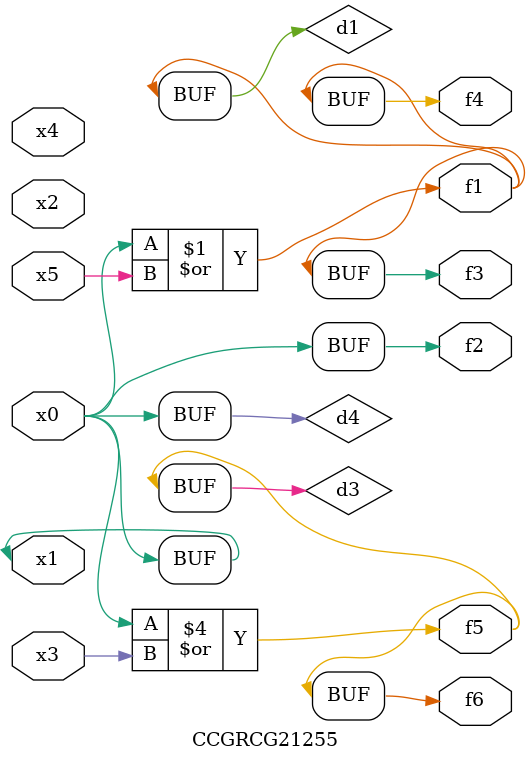
<source format=v>
module CCGRCG21255(
	input x0, x1, x2, x3, x4, x5,
	output f1, f2, f3, f4, f5, f6
);

	wire d1, d2, d3, d4;

	or (d1, x0, x5);
	xnor (d2, x1, x4);
	or (d3, x0, x3);
	buf (d4, x0, x1);
	assign f1 = d1;
	assign f2 = d4;
	assign f3 = d1;
	assign f4 = d1;
	assign f5 = d3;
	assign f6 = d3;
endmodule

</source>
